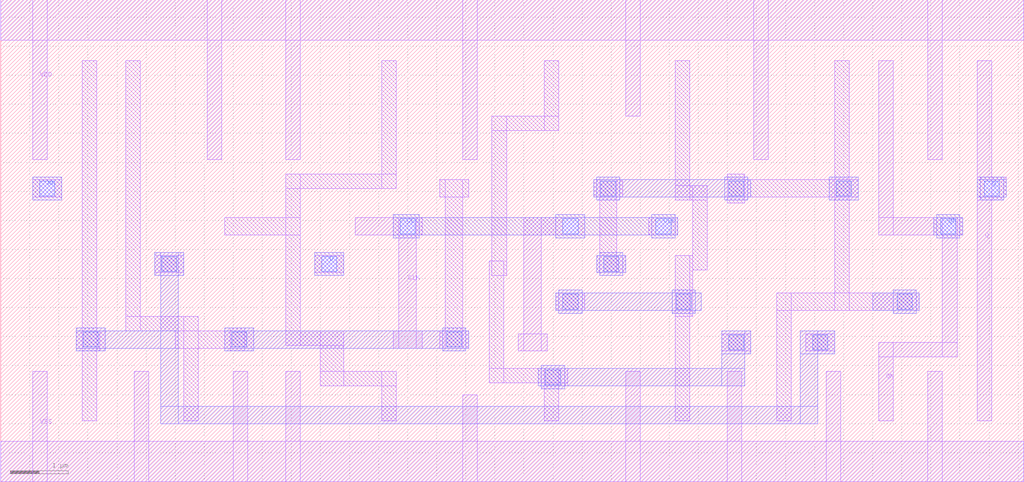
<source format=lef>
# Copyright 2022 Google LLC
# Licensed under the Apache License, Version 2.0 (the "License");
# you may not use this file except in compliance with the License.
# You may obtain a copy of the License at
#
#      http://www.apache.org/licenses/LICENSE-2.0
#
# Unless required by applicable law or agreed to in writing, software
# distributed under the License is distributed on an "AS IS" BASIS,
# WITHOUT WARRANTIES OR CONDITIONS OF ANY KIND, either express or implied.
# See the License for the specific language governing permissions and
# limitations under the License.
VERSION 5.7 ;
BUSBITCHARS "[]" ;
DIVIDERCHAR "/" ;

MACRO gf180mcu_osu_sc_gp12t3v3__dffr_1
  CLASS CORE ;
  ORIGIN 0 0 ;
  FOREIGN gf180mcu_osu_sc_gp12t3v3__dffr_1 0 0 ;
  SIZE 17.6 BY 8.3 ;
  SYMMETRY X Y ;
  SITE gf180mcu_osu_sc_gp12t3v3 ;
  PIN VDD
    DIRECTION INOUT ;
    USE POWER ;
    SHAPE ABUTMENT ;
    PORT
      LAYER Metal1 ;
        RECT 0 7.6 17.6 8.3 ;
        RECT 15.95 5.55 16.2 8.3 ;
        RECT 12.95 5.55 13.2 8.3 ;
        RECT 10.75 6.3 11 8.3 ;
        RECT 7.95 5.55 8.2 8.3 ;
        RECT 4.9 5.55 5.15 8.3 ;
        RECT 3.55 5.55 3.8 8.3 ;
        RECT 0.55 5.55 0.8 8.3 ;
    END
  END VDD
  PIN VSS
    DIRECTION INOUT ;
    USE GROUND ;
    SHAPE ABUTMENT ;
    PORT
      LAYER Metal1 ;
        RECT 0 0 17.6 0.7 ;
        RECT 15.95 0 16.2 1.9 ;
        RECT 14.2 0 14.45 1.9 ;
        RECT 12.5 0 12.75 1.9 ;
        RECT 10.75 0 11 1.9 ;
        RECT 7.95 0 8.2 1.5 ;
        RECT 4.9 0 5.15 1.9 ;
        RECT 4 0 4.25 1.9 ;
        RECT 2.3 0 2.55 1.9 ;
        RECT 0.55 0 0.8 1.9 ;
    END
  END VSS
  PIN CLK
    DIRECTION INPUT ;
    USE CLOCK ;
    PORT
      LAYER Metal1 ;
        RECT 11.15 4.25 11.65 4.55 ;
        RECT 9 4.25 10.05 4.55 ;
        RECT 8.9 2.25 9.4 2.55 ;
        RECT 9 2.25 9.3 4.55 ;
        RECT 6.1 4.25 7.25 4.55 ;
        RECT 6.75 2.3 7.25 2.6 ;
        RECT 6.85 2.3 7.15 4.55 ;
      LAYER Metal2 ;
        RECT 6.75 4.25 11.65 4.55 ;
        RECT 11.2 4.2 11.6 4.6 ;
        RECT 9.55 4.2 10.05 4.6 ;
        RECT 6.75 4.2 7.2 4.6 ;
      LAYER Via1 ;
        RECT 6.87 4.27 7.13 4.53 ;
        RECT 9.67 4.27 9.93 4.53 ;
        RECT 11.27 4.27 11.53 4.53 ;
    END
  END CLK
  PIN D
    DIRECTION INPUT ;
    USE SIGNAL ;
    PORT
      LAYER Metal1 ;
        RECT 5.4 3.6 5.9 3.9 ;
      LAYER Metal2 ;
        RECT 5.4 3.55 5.9 3.95 ;
      LAYER Via1 ;
        RECT 5.52 3.62 5.78 3.88 ;
    END
  END D
  PIN Q
    DIRECTION OUTPUT ;
    USE SIGNAL ;
    PORT
      LAYER Metal1 ;
        RECT 16.8 4.9 17.3 5.25 ;
        RECT 16.8 4.85 17.25 5.25 ;
        RECT 16.8 1.05 17.05 7.25 ;
      LAYER Metal2 ;
        RECT 16.8 4.9 17.3 5.2 ;
        RECT 16.85 4.85 17.25 5.25 ;
      LAYER Via1 ;
        RECT 16.92 4.92 17.18 5.18 ;
    END
  END Q
  PIN QN
    DIRECTION OUTPUT ;
    USE SIGNAL ;
    PORT
      LAYER Metal1 ;
        RECT 15.1 4.25 16.55 4.55 ;
        RECT 16.2 2.15 16.45 4.55 ;
        RECT 15.1 2.15 16.45 2.4 ;
        RECT 15.1 4.25 15.35 7.25 ;
        RECT 15.1 1.05 15.35 2.4 ;
      LAYER Metal2 ;
        RECT 16.05 4.25 16.55 4.55 ;
        RECT 16.1 4.2 16.5 4.6 ;
      LAYER Via1 ;
        RECT 16.17 4.27 16.43 4.53 ;
    END
  END QN
  PIN RN
    DIRECTION INPUT ;
    USE SIGNAL ;
    PORT
      LAYER Metal1 ;
        RECT 0.55 4.9 1.05 5.2 ;
      LAYER Metal2 ;
        RECT 0.55 4.85 1.05 5.25 ;
      LAYER Via1 ;
        RECT 0.67 4.92 0.93 5.18 ;
    END
  END RN
  OBS
    LAYER Metal2 ;
      RECT 15.35 2.9 15.75 3.3 ;
      RECT 15 2.95 15.8 3.25 ;
      RECT 2.65 3.55 3.15 3.95 ;
      RECT 2.75 1 3.05 3.95 ;
      RECT 1.3 2.25 1.8 2.65 ;
      RECT 13.75 2.2 14.35 2.6 ;
      RECT 1.3 2.3 3.05 2.6 ;
      RECT 13.75 1 14.05 2.6 ;
      RECT 2.75 1 14.05 1.3 ;
      RECT 12.4 2.2 12.9 2.6 ;
      RECT 12.4 1.65 12.8 2.6 ;
      RECT 9.3 1.6 9.7 2 ;
      RECT 9.25 1.65 12.8 1.95 ;
      RECT 12.45 4.85 12.85 5.25 ;
      RECT 10.25 4.85 10.65 5.25 ;
      RECT 10.2 4.9 12.9 5.2 ;
      RECT 11.55 2.9 11.95 3.3 ;
      RECT 9.6 2.9 10 3.3 ;
      RECT 9.55 2.95 12.05 3.25 ;
      RECT 10.3 3.55 10.7 3.95 ;
      RECT 10.25 3.6 10.75 3.9 ;
      RECT 7.6 2.25 8 2.65 ;
      RECT 3.85 2.25 4.35 2.65 ;
      RECT 3.85 2.3 8.05 2.6 ;
      RECT 14.25 4.85 14.75 5.25 ;
    LAYER Via1 ;
      RECT 15.42 2.97 15.68 3.23 ;
      RECT 14.37 4.92 14.63 5.18 ;
      RECT 13.97 2.27 14.23 2.53 ;
      RECT 12.52 2.27 12.78 2.53 ;
      RECT 12.52 4.92 12.78 5.18 ;
      RECT 11.62 2.97 11.88 3.23 ;
      RECT 10.37 3.62 10.63 3.88 ;
      RECT 10.32 4.92 10.58 5.18 ;
      RECT 9.67 2.97 9.93 3.23 ;
      RECT 9.37 1.67 9.63 1.93 ;
      RECT 7.67 2.32 7.93 2.58 ;
      RECT 3.97 2.32 4.23 2.58 ;
      RECT 2.77 3.62 3.03 3.88 ;
      RECT 1.42 2.32 1.68 2.58 ;
    LAYER Metal1 ;
      RECT 14.35 2.95 14.6 7.25 ;
      RECT 12.5 4.8 12.8 5.3 ;
      RECT 12.5 4.9 14.75 5.2 ;
      RECT 13.35 2.95 15.8 3.25 ;
      RECT 13.35 1.05 13.6 3.25 ;
      RECT 11.6 4.85 11.85 7.25 ;
      RECT 11.6 4.85 12.15 5.1 ;
      RECT 11.9 3.65 12.15 5.1 ;
      RECT 11.6 2.85 11.9 3.9 ;
      RECT 11.6 1.05 11.85 3.9 ;
      RECT 10.2 4.9 10.7 5.2 ;
      RECT 10.3 3.6 10.6 5.2 ;
      RECT 10.25 3.6 10.75 3.9 ;
      RECT 9.35 6.05 9.6 7.25 ;
      RECT 8.45 6.05 9.6 6.3 ;
      RECT 8.45 3.55 8.7 6.3 ;
      RECT 8.4 1.7 8.65 3.8 ;
      RECT 8.4 1.7 9.75 1.95 ;
      RECT 9.35 1.65 9.75 1.95 ;
      RECT 9.35 1.05 9.6 1.95 ;
      RECT 7.55 4.9 8.05 5.2 ;
      RECT 7.65 2.3 7.95 5.2 ;
      RECT 7.55 2.3 8.05 2.6 ;
      RECT 6.55 5.05 6.8 7.25 ;
      RECT 4.9 5.05 6.8 5.3 ;
      RECT 4.9 2.35 5.15 5.3 ;
      RECT 3.85 4.25 5.15 4.55 ;
      RECT 4.9 2.35 5.9 2.6 ;
      RECT 5.5 1.65 5.9 2.6 ;
      RECT 5.5 1.65 6.8 1.9 ;
      RECT 6.55 1.05 6.8 1.9 ;
      RECT 2.15 2.6 2.4 7.25 ;
      RECT 2.15 2.6 3.4 2.85 ;
      RECT 3.15 1.05 3.4 2.85 ;
      RECT 3.95 2.25 4.2 2.65 ;
      RECT 3 2.3 4.35 2.6 ;
      RECT 1.4 1.05 1.65 7.25 ;
      RECT 1.3 2.3 1.8 2.6 ;
      RECT 1.4 2.25 1.7 2.6 ;
      RECT 13.85 2.25 14.35 2.55 ;
      RECT 12.4 2.25 12.9 2.55 ;
      RECT 9.55 2.95 10.05 3.25 ;
      RECT 2.65 3.6 3.15 3.9 ;
  END
END gf180mcu_osu_sc_gp12t3v3__dffr_1

</source>
